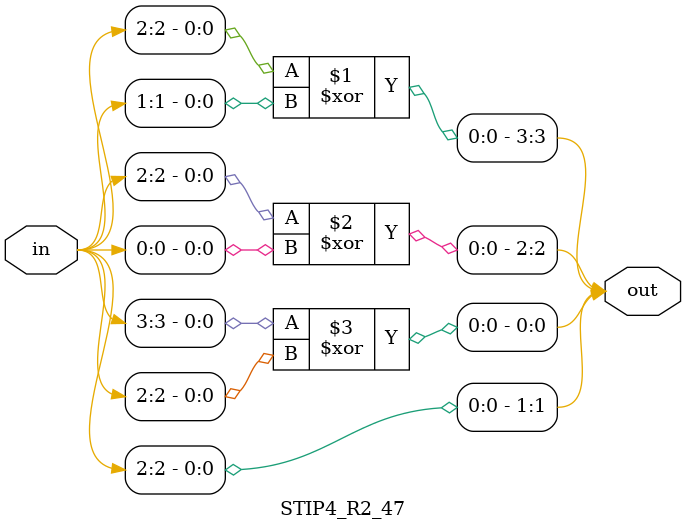
<source format=v>
module  STIP4_R2_47(in,out);
input[3:0] in;
output[3:0] out;
wire[3:0] out;
assign out[3]=in[2]^in[1];
assign out[2]=in[2]^in[0];
assign out[1]=in[2];
assign out[0]=in[3]^in[2];
endmodule

</source>
